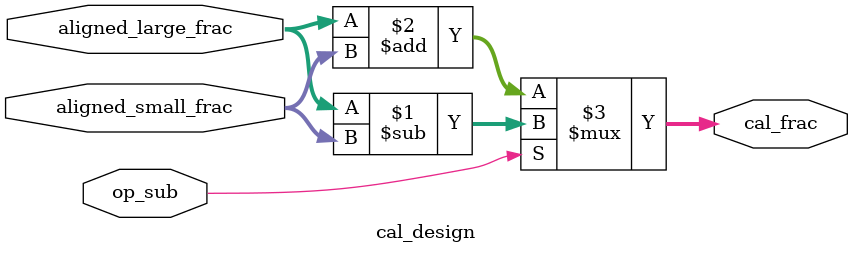
<source format=v>
`timescale 1ns / 1ps

module cal_design(
    input [27:0]aligned_large_frac,aligned_small_frac,
    input op_sub,
    output [27:0]cal_frac
);
    assign cal_frac=op_sub?aligned_large_frac-aligned_small_frac:aligned_large_frac+aligned_small_frac;

endmodule

</source>
